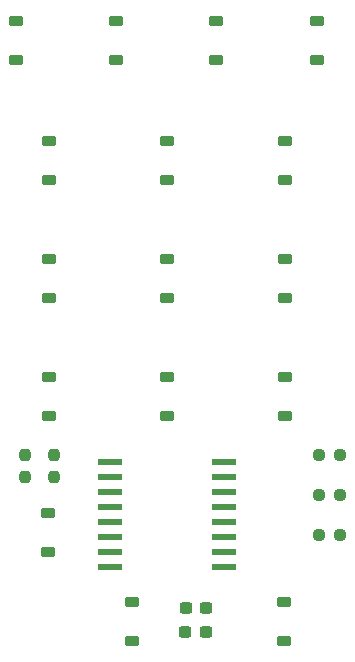
<source format=gbr>
%TF.GenerationSoftware,KiCad,Pcbnew,8.0.1*%
%TF.CreationDate,2024-03-27T15:42:31-05:00*%
%TF.ProjectId,TTWR Keypad,54545752-204b-4657-9970-61642e6b6963,V01*%
%TF.SameCoordinates,Original*%
%TF.FileFunction,Paste,Bot*%
%TF.FilePolarity,Positive*%
%FSLAX46Y46*%
G04 Gerber Fmt 4.6, Leading zero omitted, Abs format (unit mm)*
G04 Created by KiCad (PCBNEW 8.0.1) date 2024-03-27 15:42:31*
%MOMM*%
%LPD*%
G01*
G04 APERTURE LIST*
G04 Aperture macros list*
%AMRoundRect*
0 Rectangle with rounded corners*
0 $1 Rounding radius*
0 $2 $3 $4 $5 $6 $7 $8 $9 X,Y pos of 4 corners*
0 Add a 4 corners polygon primitive as box body*
4,1,4,$2,$3,$4,$5,$6,$7,$8,$9,$2,$3,0*
0 Add four circle primitives for the rounded corners*
1,1,$1+$1,$2,$3*
1,1,$1+$1,$4,$5*
1,1,$1+$1,$6,$7*
1,1,$1+$1,$8,$9*
0 Add four rect primitives between the rounded corners*
20,1,$1+$1,$2,$3,$4,$5,0*
20,1,$1+$1,$4,$5,$6,$7,0*
20,1,$1+$1,$6,$7,$8,$9,0*
20,1,$1+$1,$8,$9,$2,$3,0*%
G04 Aperture macros list end*
%ADD10RoundRect,0.237500X-0.300000X-0.237500X0.300000X-0.237500X0.300000X0.237500X-0.300000X0.237500X0*%
%ADD11RoundRect,0.225000X0.375000X-0.225000X0.375000X0.225000X-0.375000X0.225000X-0.375000X-0.225000X0*%
%ADD12RoundRect,0.225000X-0.375000X0.225000X-0.375000X-0.225000X0.375000X-0.225000X0.375000X0.225000X0*%
%ADD13RoundRect,0.237500X-0.237500X0.250000X-0.237500X-0.250000X0.237500X-0.250000X0.237500X0.250000X0*%
%ADD14RoundRect,0.237500X-0.250000X-0.237500X0.250000X-0.237500X0.250000X0.237500X-0.250000X0.237500X0*%
%ADD15R,2.082800X0.533400*%
G04 APERTURE END LIST*
D10*
%TO.C,C1*%
X169400000Y-94400000D03*
X171125000Y-94400000D03*
%TD*%
D11*
%TO.C,D2*%
X157809000Y-58150000D03*
X157809000Y-54850000D03*
%TD*%
%TO.C,D7*%
X167825000Y-68150000D03*
X167825000Y-64850000D03*
%TD*%
D12*
%TO.C,D15*%
X177850000Y-74844800D03*
X177850000Y-78144800D03*
%TD*%
D11*
%TO.C,D6*%
X167825000Y-58150000D03*
X167825000Y-54850000D03*
%TD*%
D10*
%TO.C,C2*%
X169387500Y-96450000D03*
X171112500Y-96450000D03*
%TD*%
D13*
%TO.C,R1*%
X158250000Y-81500000D03*
X158250000Y-83325000D03*
%TD*%
D11*
%TO.C,D16*%
X177750000Y-97200000D03*
X177750000Y-93900000D03*
%TD*%
D14*
%TO.C,R4*%
X180687500Y-84862500D03*
X182512500Y-84862500D03*
%TD*%
%TO.C,R5*%
X180687500Y-88225000D03*
X182512500Y-88225000D03*
%TD*%
D11*
%TO.C,D10*%
X177850000Y-58144800D03*
X177850000Y-54844800D03*
%TD*%
%TO.C,D9*%
X172000000Y-48000000D03*
X172000000Y-44700000D03*
%TD*%
%TO.C,D13*%
X180500000Y-48000000D03*
X180500000Y-44700000D03*
%TD*%
%TO.C,D1*%
X155000000Y-48000000D03*
X155000000Y-44700000D03*
%TD*%
%TO.C,D4*%
X157800000Y-78150000D03*
X157800000Y-74850000D03*
%TD*%
%TO.C,D3*%
X157809000Y-68150000D03*
X157809000Y-64850000D03*
%TD*%
D14*
%TO.C,R3*%
X180687500Y-81500000D03*
X182512500Y-81500000D03*
%TD*%
D13*
%TO.C,R2*%
X155775000Y-81500000D03*
X155775000Y-83325000D03*
%TD*%
D11*
%TO.C,D12*%
X164850000Y-97200000D03*
X164850000Y-93900000D03*
%TD*%
%TO.C,D5*%
X163500000Y-48000000D03*
X163500000Y-44700000D03*
%TD*%
D12*
%TO.C,D11*%
X167825000Y-74850000D03*
X167825000Y-78150000D03*
%TD*%
%TO.C,D8*%
X157775000Y-86375000D03*
X157775000Y-89675000D03*
%TD*%
D15*
%TO.C,U17*%
X172663700Y-82055000D03*
X172663700Y-83325000D03*
X172663700Y-84595000D03*
X172663700Y-85865000D03*
X172663700Y-87135000D03*
X172663700Y-88405000D03*
X172663700Y-89675000D03*
X172663700Y-90945000D03*
X162986300Y-90945000D03*
X162986300Y-89675000D03*
X162986300Y-88405000D03*
X162986300Y-87135000D03*
X162986300Y-85865000D03*
X162986300Y-84595000D03*
X162986300Y-83325000D03*
X162986300Y-82055000D03*
%TD*%
D12*
%TO.C,D14*%
X177850000Y-64844800D03*
X177850000Y-68144800D03*
%TD*%
M02*

</source>
